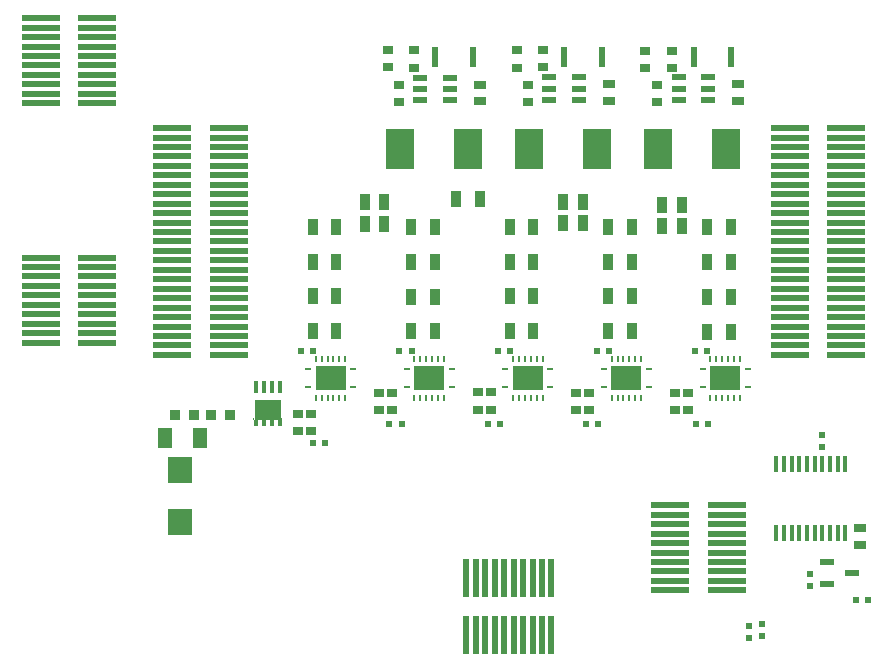
<source format=gbr>
%TF.GenerationSoftware,KiCad,Pcbnew,7.0.2*%
%TF.CreationDate,2023-06-06T11:51:25+03:00*%
%TF.ProjectId,MB_V1,4d425f56-312e-46b6-9963-61645f706362,rev?*%
%TF.SameCoordinates,Original*%
%TF.FileFunction,Paste,Top*%
%TF.FilePolarity,Positive*%
%FSLAX46Y46*%
G04 Gerber Fmt 4.6, Leading zero omitted, Abs format (unit mm)*
G04 Created by KiCad (PCBNEW 7.0.2) date 2023-06-06 11:51:25*
%MOMM*%
%LPD*%
G01*
G04 APERTURE LIST*
%ADD10R,0.475000X0.500000*%
%ADD11R,0.500000X0.475000*%
%ADD12R,1.300000X0.600000*%
%ADD13R,0.980000X0.780000*%
%ADD14R,0.950000X1.450000*%
%ADD15R,0.620000X1.820000*%
%ADD16R,1.170000X1.800000*%
%ADD17R,2.150000X2.200000*%
%ADD18R,0.900000X0.650000*%
%ADD19R,0.970000X1.470000*%
%ADD20R,0.600000X0.240000*%
%ADD21R,0.240000X0.600000*%
%ADD22R,2.550000X2.050000*%
%ADD23R,3.300000X0.500000*%
%ADD24R,0.500000X3.300000*%
%ADD25R,2.400000X3.400000*%
%ADD26R,1.250000X0.600000*%
%ADD27R,0.405000X0.990000*%
%ADD28R,0.405000X0.510000*%
%ADD29R,2.235000X1.725000*%
%ADD30R,0.077000X0.250000*%
%ADD31R,0.450000X1.475000*%
%ADD32R,0.900000X0.950000*%
G04 APERTURE END LIST*
D10*
%TO.C,R57*%
X149822000Y-141980000D03*
X148798000Y-141980000D03*
%TD*%
%TO.C,R56*%
X140562000Y-141990000D03*
X139538000Y-141990000D03*
%TD*%
%TO.C,R55*%
X132242000Y-141990000D03*
X131218000Y-141990000D03*
%TD*%
%TO.C,R54*%
X123892000Y-142010000D03*
X122868000Y-142010000D03*
%TD*%
%TO.C,R53*%
X117392000Y-143600000D03*
X116368000Y-143600000D03*
%TD*%
D11*
%TO.C,R52*%
X154410000Y-159922000D03*
X154410000Y-158898000D03*
%TD*%
%TO.C,R51*%
X153310000Y-160132000D03*
X153310000Y-159108000D03*
%TD*%
D10*
%TO.C,R50*%
X163362000Y-156940000D03*
X162338000Y-156940000D03*
%TD*%
D11*
%TO.C,R49*%
X158490000Y-154698000D03*
X158490000Y-155722000D03*
%TD*%
D12*
%TO.C,Q2*%
X162040000Y-154620000D03*
X159940000Y-155570000D03*
X159940000Y-153670000D03*
%TD*%
D13*
%TO.C,C13*%
X162740000Y-150850000D03*
X162740000Y-152250000D03*
%TD*%
D14*
%TO.C,R48*%
X128540000Y-122950000D03*
X130540000Y-122950000D03*
%TD*%
D15*
%TO.C,C5*%
X137670436Y-110900000D03*
X140870436Y-110900000D03*
%TD*%
D16*
%TO.C,F1*%
X103900000Y-143200000D03*
X106840000Y-143200000D03*
%TD*%
D14*
%TO.C,R30*%
X149760000Y-125283334D03*
X151760000Y-125283334D03*
%TD*%
%TO.C,R15*%
X141410000Y-128246666D03*
X143410000Y-128246666D03*
%TD*%
%TO.C,R13*%
X141410000Y-131203332D03*
X143410000Y-131203332D03*
%TD*%
D17*
%TO.C,D1*%
X105110000Y-150260000D03*
X105110000Y-145860000D03*
%TD*%
D18*
%TO.C,R24*%
X144540872Y-110395000D03*
X144540872Y-111845000D03*
%TD*%
%TO.C,R22*%
X134600436Y-114717500D03*
X134600436Y-113267500D03*
%TD*%
D10*
%TO.C,R46*%
X140408000Y-135830000D03*
X141432000Y-135830000D03*
%TD*%
D14*
%TO.C,R21*%
X116360000Y-134160000D03*
X118360000Y-134160000D03*
%TD*%
D19*
%TO.C,C11*%
X147610000Y-125220000D03*
X145950000Y-125220000D03*
%TD*%
D10*
%TO.C,R44*%
X123708000Y-135830000D03*
X124732000Y-135830000D03*
%TD*%
D20*
%TO.C,IC4*%
X141028750Y-138880000D03*
D21*
X141678750Y-139780000D03*
X142178750Y-139780000D03*
X142678750Y-139780000D03*
X143178750Y-139780000D03*
X143678750Y-139780000D03*
X144178750Y-139780000D03*
D20*
X144828750Y-138880000D03*
X144828750Y-137380000D03*
D21*
X144178750Y-136480000D03*
X143678750Y-136480000D03*
X143178750Y-136480000D03*
X142678750Y-136480000D03*
X142178750Y-136480000D03*
X141678750Y-136480000D03*
D20*
X141028750Y-137380000D03*
D22*
X142928750Y-138130000D03*
%TD*%
D14*
%TO.C,R4*%
X124710000Y-134170000D03*
X126710000Y-134170000D03*
%TD*%
D23*
%TO.C,H1*%
X161560000Y-116950000D03*
X161560000Y-117750000D03*
X161560000Y-118550000D03*
X161560000Y-119350000D03*
X161560000Y-120150000D03*
X161560000Y-120950000D03*
X161560000Y-121750000D03*
X161560000Y-122550000D03*
X161560000Y-123350000D03*
X161560000Y-124150000D03*
X161560000Y-124950000D03*
X161560000Y-125750000D03*
X161560000Y-126550000D03*
X161560000Y-127350000D03*
X161560000Y-128150000D03*
X161560000Y-128950000D03*
X161560000Y-129750000D03*
X161560000Y-130550000D03*
X161560000Y-131350000D03*
X161560000Y-132150000D03*
X161560000Y-132950000D03*
X161560000Y-133750000D03*
X161560000Y-134550000D03*
X161560000Y-135350000D03*
X161560000Y-136150000D03*
X156760000Y-116950000D03*
X156760000Y-117750000D03*
X156760000Y-118550000D03*
X156760000Y-119350000D03*
X156760000Y-120150000D03*
X156760000Y-120950000D03*
X156760000Y-121750000D03*
X156760000Y-122550000D03*
X156760000Y-123350000D03*
X156760000Y-124150000D03*
X156760000Y-124950000D03*
X156760000Y-125750000D03*
X156760000Y-126550000D03*
X156760000Y-127350000D03*
X156760000Y-128150000D03*
X156760000Y-128950000D03*
X156760000Y-129750000D03*
X156760000Y-130550000D03*
X156760000Y-131350000D03*
X156760000Y-132150000D03*
X156760000Y-132950000D03*
X156760000Y-133750000D03*
X156760000Y-134550000D03*
X156760000Y-135350000D03*
X156760000Y-136150000D03*
X109270000Y-136150000D03*
X109270000Y-135350000D03*
X109270000Y-134550000D03*
X109270000Y-133750000D03*
X109270000Y-132950000D03*
X109270000Y-132150000D03*
X109270000Y-131350000D03*
X109270000Y-130550000D03*
X109270000Y-129750000D03*
X109270000Y-128950000D03*
X109270000Y-128150000D03*
X109270000Y-127350000D03*
X109270000Y-126550000D03*
X109270000Y-125750000D03*
X109270000Y-124950000D03*
X109270000Y-124150000D03*
X109270000Y-123350000D03*
X109270000Y-122550000D03*
X109270000Y-121750000D03*
X109270000Y-120950000D03*
X109270000Y-120150000D03*
X109270000Y-119350000D03*
X109270000Y-118550000D03*
X109270000Y-117750000D03*
X109270000Y-116950000D03*
X104470000Y-136150000D03*
X104470000Y-135350000D03*
X104470000Y-134550000D03*
X104470000Y-133750000D03*
X104470000Y-132950000D03*
X104470000Y-132150000D03*
X104470000Y-131350000D03*
X104470000Y-130550000D03*
X104470000Y-129750000D03*
X104470000Y-128950000D03*
X104470000Y-128150000D03*
X104470000Y-127350000D03*
X104470000Y-126550000D03*
X104470000Y-125750000D03*
X104470000Y-124950000D03*
X104470000Y-124150000D03*
X104470000Y-123350000D03*
X104470000Y-122550000D03*
X104470000Y-121750000D03*
X104470000Y-120950000D03*
X104470000Y-120150000D03*
X104470000Y-119350000D03*
X104470000Y-118550000D03*
X104470000Y-117750000D03*
X104470000Y-116950000D03*
%TD*%
D14*
%TO.C,R10*%
X133060000Y-125290000D03*
X135060000Y-125290000D03*
%TD*%
%TO.C,R29*%
X149760000Y-131250000D03*
X151760000Y-131250000D03*
%TD*%
D10*
%TO.C,R45*%
X132058000Y-135830000D03*
X133082000Y-135830000D03*
%TD*%
D18*
%TO.C,R20*%
X133630436Y-110375000D03*
X133630436Y-111825000D03*
%TD*%
D14*
%TO.C,R7*%
X124710000Y-128250000D03*
X126710000Y-128250000D03*
%TD*%
D18*
%TO.C,R41*%
X147010000Y-140855000D03*
X147010000Y-139405000D03*
%TD*%
D24*
%TO.C,H3*%
X129385000Y-155030000D03*
X130185000Y-155030000D03*
X130985000Y-155030000D03*
X131785000Y-155030000D03*
X132585000Y-155030000D03*
X133385000Y-155030000D03*
X134185000Y-155030000D03*
X134985000Y-155030000D03*
X135785000Y-155030000D03*
X136585000Y-155030000D03*
X136585000Y-159830000D03*
X135785000Y-159830000D03*
X134985000Y-159830000D03*
X134185000Y-159830000D03*
X133385000Y-159830000D03*
X132585000Y-159830000D03*
X131785000Y-159830000D03*
X130985000Y-159830000D03*
X130185000Y-159830000D03*
X129385000Y-159830000D03*
%TD*%
D18*
%TO.C,R16*%
X122720000Y-110365000D03*
X122720000Y-111815000D03*
%TD*%
D13*
%TO.C,C10*%
X152340872Y-113220000D03*
X152340872Y-114620000D03*
%TD*%
D25*
%TO.C,L2*%
X140450436Y-118680000D03*
X134650436Y-118680000D03*
%TD*%
D18*
%TO.C,R36*%
X123090000Y-139345000D03*
X123090000Y-140795000D03*
%TD*%
D14*
%TO.C,R9*%
X133060000Y-131203332D03*
X135060000Y-131203332D03*
%TD*%
%TO.C,R28*%
X149760000Y-134233334D03*
X151760000Y-134233334D03*
%TD*%
D10*
%TO.C,R47*%
X148758000Y-135830000D03*
X149782000Y-135830000D03*
%TD*%
D26*
%TO.C,PS3*%
X149850872Y-114550000D03*
X149850872Y-113600000D03*
X149850872Y-112650000D03*
X147350872Y-112650000D03*
X147350872Y-113600000D03*
X147350872Y-114550000D03*
%TD*%
D18*
%TO.C,R42*%
X148120000Y-139405000D03*
X148120000Y-140855000D03*
%TD*%
D19*
%TO.C,C8*%
X139250000Y-124970000D03*
X137590000Y-124970000D03*
%TD*%
D23*
%TO.C,H2*%
X93340000Y-135110000D03*
X93340000Y-134310000D03*
X93340000Y-133510000D03*
X93340000Y-132710000D03*
X93340000Y-131910000D03*
X93340000Y-131110000D03*
X93340000Y-130310000D03*
X93340000Y-129510000D03*
X93340000Y-128710000D03*
X93340000Y-127910000D03*
X98140000Y-127910000D03*
X98140000Y-128710000D03*
X98140000Y-129510000D03*
X98140000Y-130310000D03*
X98140000Y-131110000D03*
X98140000Y-131910000D03*
X98140000Y-132710000D03*
X98140000Y-133510000D03*
X98140000Y-134310000D03*
X98140000Y-135110000D03*
%TD*%
D19*
%TO.C,C7*%
X139250000Y-123190000D03*
X137590000Y-123190000D03*
%TD*%
D27*
%TO.C,Q1*%
X113580000Y-138835000D03*
X112920000Y-138835000D03*
X112260000Y-138835000D03*
X111600000Y-138835000D03*
D28*
X111600000Y-141945000D03*
X112260000Y-141945000D03*
X112920000Y-141945000D03*
X113580000Y-141945000D03*
D29*
X112590000Y-140827000D03*
D30*
X111434000Y-141565000D03*
X113746000Y-141565000D03*
%TD*%
D14*
%TO.C,R3*%
X116360000Y-128246666D03*
X118360000Y-128246666D03*
%TD*%
D23*
%TO.C,H5*%
X93340000Y-114850000D03*
X93340000Y-114050000D03*
X93340000Y-113250000D03*
X93340000Y-112450000D03*
X93340000Y-111650000D03*
X93340000Y-110850000D03*
X93340000Y-110050000D03*
X93340000Y-109250000D03*
X93340000Y-108450000D03*
X93340000Y-107650000D03*
X98140000Y-107650000D03*
X98140000Y-108450000D03*
X98140000Y-109250000D03*
X98140000Y-110050000D03*
X98140000Y-110850000D03*
X98140000Y-111650000D03*
X98140000Y-112450000D03*
X98140000Y-113250000D03*
X98140000Y-114050000D03*
X98140000Y-114850000D03*
%TD*%
D18*
%TO.C,R23*%
X146770872Y-110395000D03*
X146770872Y-111845000D03*
%TD*%
D26*
%TO.C,PS1*%
X127990000Y-114570000D03*
X127990000Y-113620000D03*
X127990000Y-112670000D03*
X125490000Y-112670000D03*
X125490000Y-113620000D03*
X125490000Y-114570000D03*
%TD*%
D20*
%TO.C,IC3*%
X132677500Y-138880000D03*
D21*
X133327500Y-139780000D03*
X133827500Y-139780000D03*
X134327500Y-139780000D03*
X134827500Y-139780000D03*
X135327500Y-139780000D03*
X135827500Y-139780000D03*
D20*
X136477500Y-138880000D03*
X136477500Y-137380000D03*
D21*
X135827500Y-136480000D03*
X135327500Y-136480000D03*
X134827500Y-136480000D03*
X134327500Y-136480000D03*
X133827500Y-136480000D03*
X133327500Y-136480000D03*
D20*
X132677500Y-137380000D03*
D22*
X134577500Y-138130000D03*
%TD*%
D14*
%TO.C,R12*%
X141410000Y-134160000D03*
X143410000Y-134160000D03*
%TD*%
D19*
%TO.C,C2*%
X122420000Y-125030000D03*
X120760000Y-125030000D03*
%TD*%
D13*
%TO.C,C4*%
X130520000Y-113280000D03*
X130520000Y-114680000D03*
%TD*%
D19*
%TO.C,C12*%
X147610000Y-123440000D03*
X145950000Y-123440000D03*
%TD*%
D20*
%TO.C,IC2*%
X124326250Y-138880000D03*
D21*
X124976250Y-139780000D03*
X125476250Y-139780000D03*
X125976250Y-139780000D03*
X126476250Y-139780000D03*
X126976250Y-139780000D03*
X127476250Y-139780000D03*
D20*
X128126250Y-138880000D03*
X128126250Y-137380000D03*
D21*
X127476250Y-136480000D03*
X126976250Y-136480000D03*
X126476250Y-136480000D03*
X125976250Y-136480000D03*
X125476250Y-136480000D03*
X124976250Y-136480000D03*
D20*
X124326250Y-137380000D03*
D22*
X126226250Y-138130000D03*
%TD*%
D18*
%TO.C,R38*%
X131450000Y-139335000D03*
X131450000Y-140785000D03*
%TD*%
D23*
%TO.C,H4*%
X151430000Y-148890000D03*
X151430000Y-149690000D03*
X151430000Y-150490000D03*
X151430000Y-151290000D03*
X151430000Y-152090000D03*
X151430000Y-152890000D03*
X151430000Y-153690000D03*
X151430000Y-154490000D03*
X151430000Y-155290000D03*
X151430000Y-156090000D03*
X146630000Y-156090000D03*
X146630000Y-155290000D03*
X146630000Y-154490000D03*
X146630000Y-153690000D03*
X146630000Y-152890000D03*
X146630000Y-152090000D03*
X146630000Y-151290000D03*
X146630000Y-150490000D03*
X146630000Y-149690000D03*
X146630000Y-148890000D03*
%TD*%
D14*
%TO.C,R14*%
X141410000Y-125290000D03*
X143410000Y-125290000D03*
%TD*%
D31*
%TO.C,IC7*%
X161465000Y-145372000D03*
X160815000Y-145372000D03*
X160165000Y-145372000D03*
X159515000Y-145372000D03*
X158865000Y-145372000D03*
X158215000Y-145372000D03*
X157565000Y-145372000D03*
X156915000Y-145372000D03*
X156265000Y-145372000D03*
X155615000Y-145372000D03*
X155615000Y-151248000D03*
X156265000Y-151248000D03*
X156915000Y-151248000D03*
X157565000Y-151248000D03*
X158215000Y-151248000D03*
X158865000Y-151248000D03*
X159515000Y-151248000D03*
X160165000Y-151248000D03*
X160815000Y-151248000D03*
X161465000Y-151248000D03*
%TD*%
D13*
%TO.C,C6*%
X141430436Y-113250000D03*
X141430436Y-114650000D03*
%TD*%
D19*
%TO.C,C1*%
X122420000Y-123240000D03*
X120760000Y-123240000D03*
%TD*%
D18*
%TO.C,R40*%
X139770000Y-139345000D03*
X139770000Y-140795000D03*
%TD*%
%TO.C,R18*%
X124960000Y-110375000D03*
X124960000Y-111825000D03*
%TD*%
D15*
%TO.C,C3*%
X126740000Y-110910000D03*
X129940000Y-110910000D03*
%TD*%
D14*
%TO.C,R5*%
X124710000Y-131210000D03*
X126710000Y-131210000D03*
%TD*%
D32*
%TO.C,R26*%
X107750000Y-141230000D03*
X109350000Y-141230000D03*
%TD*%
D18*
%TO.C,R35*%
X121980000Y-140795000D03*
X121980000Y-139345000D03*
%TD*%
D14*
%TO.C,R8*%
X133060000Y-134160000D03*
X135060000Y-134160000D03*
%TD*%
D11*
%TO.C,R32*%
X159520000Y-143952000D03*
X159520000Y-142928000D03*
%TD*%
D14*
%TO.C,R11*%
X133060000Y-128246666D03*
X135060000Y-128246666D03*
%TD*%
%TO.C,R2*%
X116360000Y-125290000D03*
X118360000Y-125290000D03*
%TD*%
%TO.C,R1*%
X116360000Y-131203332D03*
X118360000Y-131203332D03*
%TD*%
D10*
%TO.C,R43*%
X115348000Y-135830000D03*
X116372000Y-135830000D03*
%TD*%
D18*
%TO.C,R37*%
X130350000Y-140785000D03*
X130350000Y-139335000D03*
%TD*%
D15*
%TO.C,C9*%
X148610872Y-110910000D03*
X151810872Y-110910000D03*
%TD*%
D25*
%TO.C,L3*%
X151360872Y-118680000D03*
X145560872Y-118680000D03*
%TD*%
D26*
%TO.C,PS2*%
X138900436Y-114550000D03*
X138900436Y-113600000D03*
X138900436Y-112650000D03*
X136400436Y-112650000D03*
X136400436Y-113600000D03*
X136400436Y-114550000D03*
%TD*%
D18*
%TO.C,R17*%
X123690000Y-114745000D03*
X123690000Y-113295000D03*
%TD*%
D25*
%TO.C,L1*%
X129540000Y-118710000D03*
X123740000Y-118710000D03*
%TD*%
D18*
%TO.C,R33*%
X116240000Y-141125000D03*
X116240000Y-142575000D03*
%TD*%
D20*
%TO.C,IC1*%
X115975000Y-138880000D03*
D21*
X116625000Y-139780000D03*
X117125000Y-139780000D03*
X117625000Y-139780000D03*
X118125000Y-139780000D03*
X118625000Y-139780000D03*
X119125000Y-139780000D03*
D20*
X119775000Y-138880000D03*
X119775000Y-137380000D03*
D21*
X119125000Y-136480000D03*
X118625000Y-136480000D03*
X118125000Y-136480000D03*
X117625000Y-136480000D03*
X117125000Y-136480000D03*
X116625000Y-136480000D03*
D20*
X115975000Y-137380000D03*
D22*
X117875000Y-138130000D03*
%TD*%
D18*
%TO.C,R39*%
X138660000Y-140795000D03*
X138660000Y-139345000D03*
%TD*%
D32*
%TO.C,R27*%
X104750000Y-141230000D03*
X106350000Y-141230000D03*
%TD*%
D18*
%TO.C,R19*%
X135870436Y-110355000D03*
X135870436Y-111805000D03*
%TD*%
D14*
%TO.C,R6*%
X124710000Y-125290000D03*
X126710000Y-125290000D03*
%TD*%
%TO.C,R31*%
X149760000Y-128266667D03*
X151760000Y-128266667D03*
%TD*%
D20*
%TO.C,IC5*%
X149380000Y-138880000D03*
D21*
X150030000Y-139780000D03*
X150530000Y-139780000D03*
X151030000Y-139780000D03*
X151530000Y-139780000D03*
X152030000Y-139780000D03*
X152530000Y-139780000D03*
D20*
X153180000Y-138880000D03*
X153180000Y-137380000D03*
D21*
X152530000Y-136480000D03*
X152030000Y-136480000D03*
X151530000Y-136480000D03*
X151030000Y-136480000D03*
X150530000Y-136480000D03*
X150030000Y-136480000D03*
D20*
X149380000Y-137380000D03*
D22*
X151280000Y-138130000D03*
%TD*%
D18*
%TO.C,R34*%
X115130000Y-142575000D03*
X115130000Y-141125000D03*
%TD*%
%TO.C,R25*%
X145510872Y-114737500D03*
X145510872Y-113287500D03*
%TD*%
M02*

</source>
